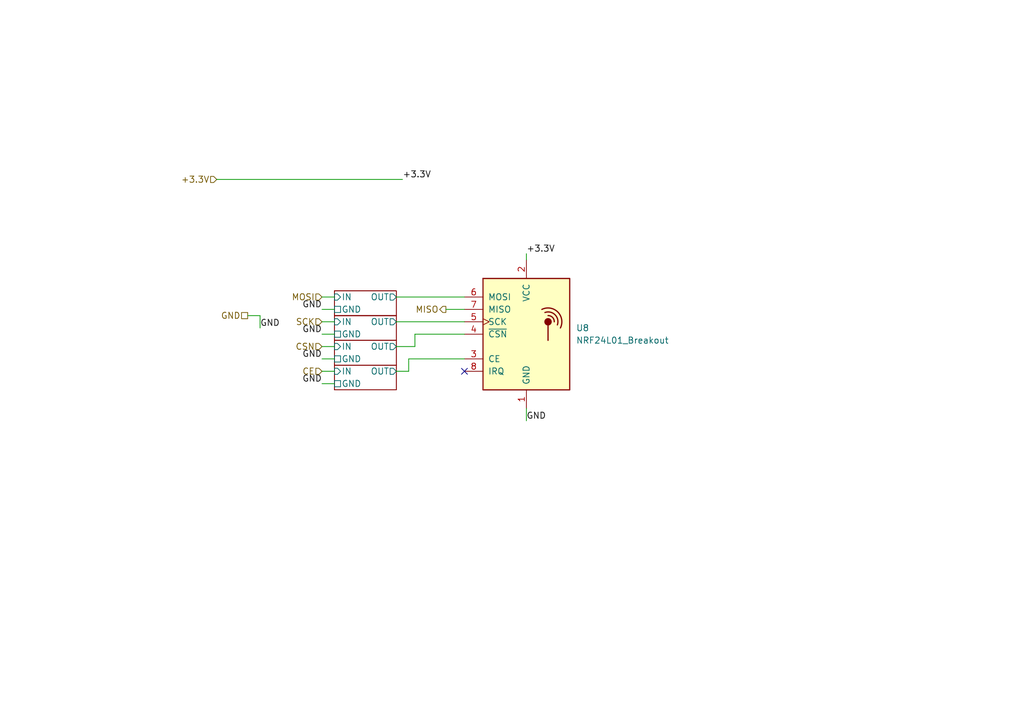
<source format=kicad_sch>
(kicad_sch (version 20250114) (generator "eeschema") (generator_version "9.0")
  (paper "A5")
  (title_block (title "RF Transmitter") (date "2024-11-03") (rev "1.0"))
  (lib_symbols
    (symbol "RF:NRF24L01_Breakout" (pin_names (offset 1.016))
      (property "Reference" "U" (at -8.89 12.7 0))
      (property "Value" "NRF24L01_Breakout" (at 3.81 12.7 0))
      (symbol "NRF24L01_Breakout_0_1"
        (rectangle (start -8.89 11.43) (end 8.89 -11.43) (stroke (width 0.254)) (fill (type background)))
        (arc (start 3.175 5.08) (mid 6.453 4.548) (end 6.985 1.27) (stroke (width 0.254)))
        (circle (center 4.445 2.54) (radius 0.635) (stroke (width 0.254)) (fill (type outline)))
        (polyline (pts (xy 4.445 1.905) (xy 4.445 -1.27)) (stroke (width 0.254)))
        (arc (start 3.81 4.445) (mid 5.8835 3.9785) (end 6.35 1.905) (stroke (width 0.254)))
        (arc (start 4.445 3.81) (mid 5.3558 3.4508) (end 5.715 2.54) (stroke (width 0.254)))
      )
      (symbol "NRF24L01_Breakout_1_1"
        (pin input line (at -12.7 7.62 0) (length 3.81) (name "MOSI") (number "6"))
        (pin output line (at -12.7 5.08 0) (length 3.81) (name "MISO") (number "7"))
        (pin input clock (at -12.7 2.54 0) (length 3.81) (name "SCK") (number "5"))
        (pin input line (at -12.7 0 0) (length 3.81) (name "~{CSN}") (number "4"))
        (pin input line (at -12.7 -5.08 0) (length 3.81) (name "CE") (number "3"))
        (pin output line (at -12.7 -7.62 0) (length 3.81) (name "IRQ") (number "8"))
        (pin power_in line (at 0 15.24 270) (length 3.81) (name "VCC") (number "2"))
        (pin power_in line (at 0 -15.24 90) (length 3.81) (name "GND") (number "1"))
      )
    )
  )
  (no_connect (at 95.25 76.2))
  (wire (pts (xy 81.28 76.2) (xy 83.82 76.2)))
  (wire (pts (xy 81.28 71.12) (xy 85.09 71.12)))
  (wire (pts (xy 83.82 76.2) (xy 83.82 73.66)))
  (wire (pts (xy 53.34 64.77) (xy 53.34 67.31)))
  (wire (pts (xy 50.8 64.77) (xy 53.34 64.77)))
  (wire (pts (xy 85.09 71.12) (xy 85.09 68.58)))
  (wire (pts (xy 107.95 83.82) (xy 107.95 86.36)))
  (wire (pts (xy 66.04 63.5) (xy 68.58 63.5)))
  (wire (pts (xy 66.04 71.12) (xy 68.58 71.12)))
  (wire (pts (xy 91.44 63.5) (xy 95.25 63.5)))
  (wire (pts (xy 81.28 60.96) (xy 95.25 60.96)))
  (wire (pts (xy 44.45 36.83) (xy 82.55 36.83)))
  (wire (pts (xy 66.04 73.66) (xy 68.58 73.66)))
  (wire (pts (xy 81.28 66.04) (xy 95.25 66.04)))
  (wire (pts (xy 66.04 78.74) (xy 68.58 78.74)))
  (wire (pts (xy 66.04 66.04) (xy 68.58 66.04)))
  (wire (pts (xy 66.04 76.2) (xy 68.58 76.2)))
  (wire (pts (xy 85.09 68.58) (xy 95.25 68.58)))
  (wire (pts (xy 66.04 68.58) (xy 68.58 68.58)))
  (wire (pts (xy 107.95 52.07) (xy 107.95 53.34)))
  (wire (pts (xy 83.82 73.66) (xy 95.25 73.66)))
  (wire (pts (xy 66.04 60.96) (xy 68.58 60.96)))
  (label "GND" (at 66.04 68.58 180))
  (label "+3.3V" (at 82.55 36.83 0))
  (label "+3.3V" (at 107.95 52.07 0))
  (label "GND" (at 107.95 86.36 0))
  (label "GND" (at 53.34 67.31 0))
  (label "GND" (at 66.04 78.74 180))
  (label "GND" (at 66.04 63.5 180))
  (label "GND" (at 66.04 73.66 180))
  (hierarchical_label "+3.3V" (shape input) (at 44.45 36.83 180))
  (hierarchical_label "MOSI" (shape input) (at 66.04 60.96 180))
  (hierarchical_label "GND" (shape passive) (at 50.8 64.77 180))
  (hierarchical_label "SCK" (shape input) (at 66.04 66.04 180))
  (hierarchical_label "MISO" (shape output) (at 91.44 63.5 180))
  (hierarchical_label "CE" (shape input) (at 66.04 76.2 180))
  (hierarchical_label "CSN" (shape input) (at 66.04 71.12 180))
  (symbol (lib_id "RF:NRF24L01_Breakout") (at 107.95 68.58 0) (unit 1)
    (property "Reference" "U8" (at 118.11 67.3099 0) (effects (justify left)))
    (property "Value" "NRF24L01_Breakout" (at 118.11 69.8499 0) (effects (justify left)))
    (property "Footprint" "RF_Module:nRF24L01_Breakout" (effects (hide yes)))
    (property "Datasheet" "http://www.nordicsemi.com/eng/content/download/2730/34105/file/nRF24L01_Product_Specification_v2_0.pdf" (effects (hide yes)))
    (property "Description" "Ultra low power 2.4GHz RF Transceiver, Carrier PCB" (effects (hide yes)))
  )
  (sheet (at 68.58 59.69) (size 12.7 5.08) (stroke (width 0.1524))
    (property "Sheetname" "Bridge1" (effects (hide yes)))
    (property "Sheetfile" "Bridge.kicad_sch" (effects (hide yes)))
    (pin "IN" input (at 68.58 60.96 180))
    (pin "GND" passive (at 68.58 63.5 180))
    (pin "OUT" output (at 81.28 60.96 0))
  )
  (sheet (at 68.58 74.93) (size 12.7 5.08) (stroke (width 0.1524))
    (property "Sheetname" "Bridge3" (effects (hide yes)))
    (property "Sheetfile" "Bridge.kicad_sch" (effects (hide yes)))
    (pin "IN" input (at 68.58 76.2 180))
    (pin "GND" passive (at 68.58 78.74 180))
    (pin "OUT" output (at 81.28 76.2 0))
  )
  (sheet (at 68.58 64.77) (size 12.7 5.08) (stroke (width 0.1524))
    (property "Sheetname" "Bridge" (effects (hide yes)))
    (property "Sheetfile" "Bridge.kicad_sch" (effects (hide yes)))
    (pin "IN" input (at 68.58 66.04 180))
    (pin "GND" passive (at 68.58 68.58 180))
    (pin "OUT" output (at 81.28 66.04 0))
  )
  (sheet (at 68.58 69.85) (size 12.7 5.08) (stroke (width 0.1524))
    (property "Sheetname" "Bridge2" (effects (hide yes)))
    (property "Sheetfile" "Bridge.kicad_sch" (effects (hide yes)))
    (pin "IN" input (at 68.58 71.12 180))
    (pin "GND" passive (at 68.58 73.66 180))
    (pin "OUT" output (at 81.28 71.12 0))
  )
)
</source>
